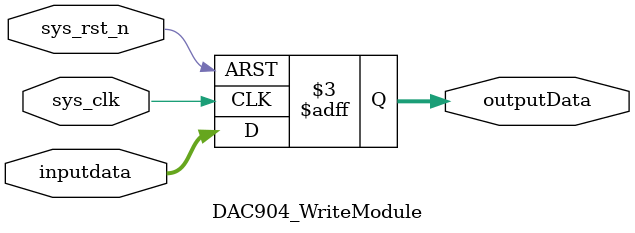
<source format=v>
module DAC904_WriteModule(
    input wire sys_clk,  // 125MHzÏµÍ³Ê±ÖÓ
    input wire sys_rst_n, // ¸´Î»ÐÅºÅ
    input wire [13:0] inputdata,  // ´ýÊä³öÊýÖµ
    output reg [13:0] outputData  // DAC904Êý¾ÝÊä³ö
);

always @(posedge sys_clk or negedge sys_rst_n) begin
    if (!sys_rst_n) begin
        outputData <= 14'd0;
    end else begin
        outputData <= inputdata;
    end
end

endmodule
</source>
